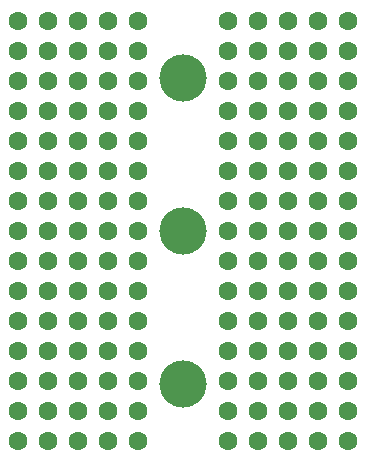
<source format=gbs>
%FSLAX33Y33*%
%MOMM*%
%ADD10C,1.6*%
%ADD11C,4.*%
D10*
%LNbottom solder mask_traces*%
%LNbottom solder mask component 0b8c0f4da174c7f8*%
G01*
X25400Y40640D03*
X25400Y38100D03*
X25400Y35560D03*
X25400Y33020D03*
X25400Y30480D03*
X25400Y27940D03*
X25400Y5080D03*
X25400Y7620D03*
X25400Y10160D03*
X25400Y12700D03*
X25400Y15240D03*
X25400Y25400D03*
X25400Y22860D03*
X25400Y20320D03*
X25400Y17780D03*
X27940Y40640D03*
X27940Y38100D03*
X27940Y35560D03*
X27940Y33020D03*
X27940Y30480D03*
X27940Y27940D03*
X27940Y5080D03*
X27940Y7620D03*
X27940Y10160D03*
X27940Y12700D03*
X27940Y15240D03*
X27940Y25400D03*
X27940Y22860D03*
X27940Y20320D03*
X27940Y17780D03*
X30480Y40640D03*
X30480Y38100D03*
X30480Y35560D03*
X30480Y33020D03*
X30480Y30480D03*
X30480Y27940D03*
X30480Y5080D03*
X30480Y7620D03*
X30480Y10160D03*
X30480Y12700D03*
X30480Y15240D03*
X30480Y25400D03*
X30480Y22860D03*
X30480Y20320D03*
X30480Y17780D03*
X33020Y40640D03*
X33020Y38100D03*
X33020Y35560D03*
X33020Y33020D03*
X33020Y30480D03*
X33020Y27940D03*
X33020Y5080D03*
X33020Y7620D03*
X33020Y10160D03*
X33020Y12700D03*
X33020Y15240D03*
X33020Y25400D03*
X33020Y22860D03*
X33020Y20320D03*
X33020Y17780D03*
X22860Y15240D03*
X22860Y12700D03*
X22860Y10160D03*
X22860Y7620D03*
X22860Y5080D03*
X22860Y40640D03*
X22860Y38100D03*
X22860Y35560D03*
X22860Y33020D03*
X22860Y30480D03*
X22860Y27940D03*
X22860Y25400D03*
X22860Y22860D03*
X22860Y20320D03*
X22860Y17780D03*
%LNbottom solder mask component 77e96ba74bdd23d2*%
D11*
X19050Y22860D03*
%LNbottom solder mask component dc3abb3eeb0ae620*%
D10*
X7620Y40640D03*
X7620Y38100D03*
X7620Y35560D03*
X7620Y33020D03*
X7620Y30480D03*
X7620Y27940D03*
X7620Y5080D03*
X7620Y7620D03*
X7620Y10160D03*
X7620Y12700D03*
X7620Y15240D03*
X7620Y25400D03*
X7620Y22860D03*
X7620Y20320D03*
X7620Y17780D03*
X10160Y40640D03*
X10160Y38100D03*
X10160Y35560D03*
X10160Y33020D03*
X10160Y30480D03*
X10160Y27940D03*
X10160Y5080D03*
X10160Y7620D03*
X10160Y10160D03*
X10160Y12700D03*
X10160Y15240D03*
X10160Y25400D03*
X10160Y22860D03*
X10160Y20320D03*
X10160Y17780D03*
X12700Y40640D03*
X12700Y38100D03*
X12700Y35560D03*
X12700Y33020D03*
X12700Y30480D03*
X12700Y27940D03*
X12700Y5080D03*
X12700Y7620D03*
X12700Y10160D03*
X12700Y12700D03*
X12700Y15240D03*
X12700Y25400D03*
X12700Y22860D03*
X12700Y20320D03*
X12700Y17780D03*
X15240Y40640D03*
X15240Y38100D03*
X15240Y35560D03*
X15240Y33020D03*
X15240Y30480D03*
X15240Y27940D03*
X15240Y5080D03*
X15240Y7620D03*
X15240Y10160D03*
X15240Y12700D03*
X15240Y15240D03*
X15240Y25400D03*
X15240Y22860D03*
X15240Y20320D03*
X15240Y17780D03*
X5080Y15240D03*
X5080Y12700D03*
X5080Y10160D03*
X5080Y7620D03*
X5080Y5080D03*
X5080Y40640D03*
X5080Y38100D03*
X5080Y35560D03*
X5080Y33020D03*
X5080Y30480D03*
X5080Y27940D03*
X5080Y25400D03*
X5080Y22860D03*
X5080Y20320D03*
X5080Y17780D03*
%LNbottom solder mask component 2edfdfe09001b211*%
D11*
X19050Y9906D03*
%LNbottom solder mask component 404ed64e51d154a6*%
X19050Y35814D03*
M02*
</source>
